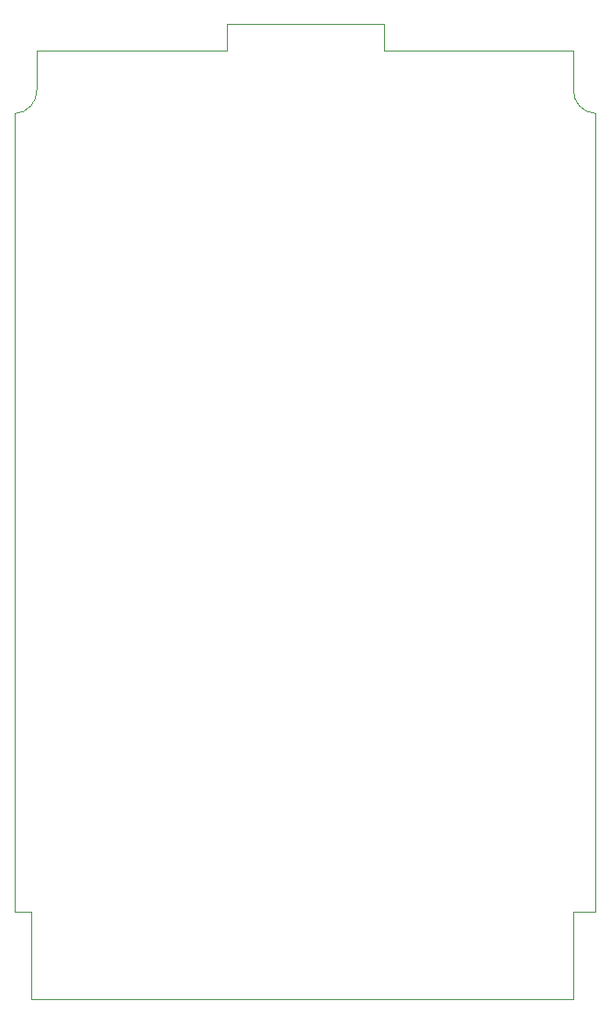
<source format=gbr>
%TF.GenerationSoftware,KiCad,Pcbnew,(6.0.2)*%
%TF.CreationDate,2022-09-16T18:12:16-05:00*%
%TF.ProjectId,REF1347,52454631-3334-4372-9e6b-696361645f70,rev?*%
%TF.SameCoordinates,Original*%
%TF.FileFunction,Profile,NP*%
%FSLAX46Y46*%
G04 Gerber Fmt 4.6, Leading zero omitted, Abs format (unit mm)*
G04 Created by KiCad (PCBNEW (6.0.2)) date 2022-09-16 18:12:16*
%MOMM*%
%LPD*%
G01*
G04 APERTURE LIST*
%TA.AperFunction,Profile*%
%ADD10C,0.002000*%
%TD*%
%TA.AperFunction,Profile*%
%ADD11C,0.100000*%
%TD*%
G04 APERTURE END LIST*
D10*
X174387000Y-63335000D02*
X174387000Y-59770000D01*
X174387000Y-63335000D02*
G75*
G03*
X176387000Y-65520000I2086795J-97722D01*
G01*
D11*
X124427000Y-139020000D02*
X122917000Y-139020000D01*
D10*
X174337000Y-147020000D02*
X124427000Y-147020000D01*
D11*
X174337000Y-139020000D02*
X176387000Y-139021000D01*
D10*
X124917000Y-59770000D02*
X124917000Y-63335000D01*
X142417000Y-57270000D02*
X142417000Y-59770000D01*
X156887000Y-59770000D02*
X156887000Y-57270000D01*
D11*
X124427000Y-147020000D02*
X124427000Y-139020000D01*
D10*
X122917000Y-65520000D02*
G75*
G03*
X124917000Y-63335000I-86795J2087278D01*
G01*
X122917000Y-139020000D02*
X122917000Y-65520000D01*
X142417000Y-57270000D02*
X156887000Y-57270000D01*
X142417000Y-59770000D02*
X124917000Y-59770000D01*
X176387000Y-65520000D02*
X176387000Y-139021000D01*
X174387000Y-59770000D02*
X156887000Y-59770000D01*
D11*
X174337000Y-147020000D02*
X174337000Y-139020000D01*
M02*

</source>
